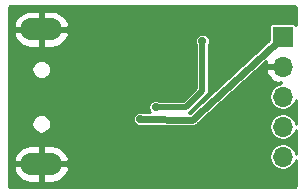
<source format=gbl>
%TF.GenerationSoftware,KiCad,Pcbnew,(5.1.6)-1*%
%TF.CreationDate,2020-07-02T16:49:34+08:00*%
%TF.ProjectId,usb-ttl,7573622d-7474-46c2-9e6b-696361645f70,rev?*%
%TF.SameCoordinates,Original*%
%TF.FileFunction,Copper,L2,Bot*%
%TF.FilePolarity,Positive*%
%FSLAX46Y46*%
G04 Gerber Fmt 4.6, Leading zero omitted, Abs format (unit mm)*
G04 Created by KiCad (PCBNEW (5.1.6)-1) date 2020-07-02 16:49:34*
%MOMM*%
%LPD*%
G01*
G04 APERTURE LIST*
%TA.AperFunction,ComponentPad*%
%ADD10O,3.500000X1.900000*%
%TD*%
%TA.AperFunction,ComponentPad*%
%ADD11O,1.700000X1.700000*%
%TD*%
%TA.AperFunction,ComponentPad*%
%ADD12R,1.700000X1.700000*%
%TD*%
%TA.AperFunction,ViaPad*%
%ADD13C,0.700000*%
%TD*%
%TA.AperFunction,Conductor*%
%ADD14C,0.500000*%
%TD*%
%TA.AperFunction,Conductor*%
%ADD15C,0.600000*%
%TD*%
%TA.AperFunction,Conductor*%
%ADD16C,0.254000*%
%TD*%
G04 APERTURE END LIST*
D10*
%TO.P,J1,5*%
%TO.N,GND*%
X103100000Y-97700000D03*
X103100000Y-86300000D03*
%TD*%
D11*
%TO.P,J2,5*%
%TO.N,+5V*%
X123550000Y-97080000D03*
%TO.P,J2,4*%
%TO.N,/TXD*%
X123550000Y-94540000D03*
%TO.P,J2,3*%
%TO.N,/RXD*%
X123550000Y-92000000D03*
%TO.P,J2,2*%
%TO.N,GND*%
X123550000Y-89460000D03*
D12*
%TO.P,J2,1*%
%TO.N,/RTS*%
X123550000Y-86920000D03*
%TD*%
D13*
%TO.N,+5V*%
X112800000Y-92900000D03*
X116750000Y-87300000D03*
%TO.N,/RTS*%
X111500000Y-93900000D03*
%TD*%
D14*
%TO.N,+5V*%
X116750000Y-91500000D02*
X116750000Y-87300000D01*
X112800000Y-92900000D02*
X115350000Y-92900000D01*
X115350000Y-92900000D02*
X116750000Y-91500000D01*
D15*
%TO.N,/RTS*%
X115900000Y-93950000D02*
X123550000Y-86920000D01*
X111500000Y-93900000D02*
X115900000Y-93950000D01*
%TD*%
D16*
%TO.N,GND*%
G36*
X124616870Y-84383130D02*
G01*
X124648001Y-84421063D01*
X124648001Y-85946362D01*
X124631431Y-85915363D01*
X124596816Y-85873184D01*
X124554637Y-85838569D01*
X124506516Y-85812847D01*
X124454301Y-85797008D01*
X124400000Y-85791660D01*
X122700000Y-85791660D01*
X122645699Y-85797008D01*
X122593484Y-85812847D01*
X122545363Y-85838569D01*
X122503184Y-85873184D01*
X122468569Y-85915363D01*
X122442847Y-85963484D01*
X122427008Y-86015699D01*
X122421660Y-86070000D01*
X122421660Y-87173261D01*
X115677930Y-93370440D01*
X115589697Y-93369437D01*
X115644202Y-93340304D01*
X115724448Y-93274448D01*
X115740955Y-93254334D01*
X117104339Y-91890951D01*
X117124448Y-91874448D01*
X117190304Y-91794202D01*
X117239239Y-91702650D01*
X117269374Y-91603310D01*
X117277000Y-91525881D01*
X117277000Y-91525880D01*
X117279549Y-91500000D01*
X117277000Y-91474119D01*
X117277000Y-87639859D01*
X117305640Y-87596996D01*
X117352905Y-87482889D01*
X117377000Y-87361754D01*
X117377000Y-87238246D01*
X117352905Y-87117111D01*
X117305640Y-87003004D01*
X117237023Y-86900311D01*
X117149689Y-86812977D01*
X117046996Y-86744360D01*
X116932889Y-86697095D01*
X116811754Y-86673000D01*
X116688246Y-86673000D01*
X116567111Y-86697095D01*
X116453004Y-86744360D01*
X116350311Y-86812977D01*
X116262977Y-86900311D01*
X116194360Y-87003004D01*
X116147095Y-87117111D01*
X116123000Y-87238246D01*
X116123000Y-87361754D01*
X116147095Y-87482889D01*
X116194360Y-87596996D01*
X116223001Y-87639860D01*
X116223000Y-91281710D01*
X115131711Y-92373000D01*
X113139859Y-92373000D01*
X113096996Y-92344360D01*
X112982889Y-92297095D01*
X112861754Y-92273000D01*
X112738246Y-92273000D01*
X112617111Y-92297095D01*
X112503004Y-92344360D01*
X112400311Y-92412977D01*
X112312977Y-92500311D01*
X112244360Y-92603004D01*
X112197095Y-92717111D01*
X112173000Y-92838246D01*
X112173000Y-92961754D01*
X112197095Y-93082889D01*
X112244360Y-93196996D01*
X112312977Y-93299689D01*
X112345864Y-93332576D01*
X111752261Y-93325830D01*
X111682889Y-93297095D01*
X111561754Y-93273000D01*
X111438246Y-93273000D01*
X111317111Y-93297095D01*
X111203004Y-93344360D01*
X111100311Y-93412977D01*
X111012977Y-93500311D01*
X110944360Y-93603004D01*
X110897095Y-93717111D01*
X110873000Y-93838246D01*
X110873000Y-93961754D01*
X110897095Y-94082889D01*
X110944360Y-94196996D01*
X111012977Y-94299689D01*
X111100311Y-94387023D01*
X111203004Y-94455640D01*
X111317111Y-94502905D01*
X111438246Y-94527000D01*
X111561754Y-94527000D01*
X111682889Y-94502905D01*
X111738790Y-94479750D01*
X115856177Y-94526539D01*
X115875535Y-94529274D01*
X115912866Y-94527183D01*
X115921777Y-94527284D01*
X115941137Y-94525599D01*
X115989015Y-94522917D01*
X115997709Y-94520676D01*
X116006643Y-94519898D01*
X116052641Y-94506514D01*
X116099076Y-94494542D01*
X116107164Y-94490648D01*
X116115774Y-94488143D01*
X116158304Y-94466029D01*
X116201484Y-94445241D01*
X116208648Y-94439851D01*
X116216616Y-94435708D01*
X116254034Y-94405704D01*
X116269556Y-94394026D01*
X116276116Y-94387998D01*
X116305288Y-94364606D01*
X116317862Y-94349635D01*
X122139992Y-88999365D01*
X122108524Y-89103110D01*
X122229845Y-89333000D01*
X123423000Y-89333000D01*
X123423000Y-89313000D01*
X123677000Y-89313000D01*
X123677000Y-89333000D01*
X123697000Y-89333000D01*
X123697000Y-89587000D01*
X123677000Y-89587000D01*
X123677000Y-89607000D01*
X123423000Y-89607000D01*
X123423000Y-89587000D01*
X122229845Y-89587000D01*
X122108524Y-89816890D01*
X122153175Y-89964099D01*
X122278359Y-90226920D01*
X122452412Y-90460269D01*
X122668645Y-90655178D01*
X122918748Y-90804157D01*
X123193109Y-90901481D01*
X123422998Y-90780815D01*
X123422998Y-90876183D01*
X123221266Y-90916310D01*
X123016165Y-91001266D01*
X122831579Y-91124602D01*
X122674602Y-91281579D01*
X122551266Y-91466165D01*
X122466310Y-91671266D01*
X122423000Y-91889000D01*
X122423000Y-92111000D01*
X122466310Y-92328734D01*
X122551266Y-92533835D01*
X122674602Y-92718421D01*
X122831579Y-92875398D01*
X123016165Y-92998734D01*
X123221266Y-93083690D01*
X123439000Y-93127000D01*
X123661000Y-93127000D01*
X123878734Y-93083690D01*
X124083835Y-92998734D01*
X124268421Y-92875398D01*
X124425398Y-92718421D01*
X124548734Y-92533835D01*
X124633690Y-92328734D01*
X124648000Y-92256790D01*
X124648000Y-94283209D01*
X124633690Y-94211266D01*
X124548734Y-94006165D01*
X124425398Y-93821579D01*
X124268421Y-93664602D01*
X124083835Y-93541266D01*
X123878734Y-93456310D01*
X123661000Y-93413000D01*
X123439000Y-93413000D01*
X123221266Y-93456310D01*
X123016165Y-93541266D01*
X122831579Y-93664602D01*
X122674602Y-93821579D01*
X122551266Y-94006165D01*
X122466310Y-94211266D01*
X122423000Y-94429000D01*
X122423000Y-94651000D01*
X122466310Y-94868734D01*
X122551266Y-95073835D01*
X122674602Y-95258421D01*
X122831579Y-95415398D01*
X123016165Y-95538734D01*
X123221266Y-95623690D01*
X123439000Y-95667000D01*
X123661000Y-95667000D01*
X123878734Y-95623690D01*
X124083835Y-95538734D01*
X124268421Y-95415398D01*
X124425398Y-95258421D01*
X124548734Y-95073835D01*
X124633690Y-94868734D01*
X124648000Y-94796791D01*
X124648000Y-96823208D01*
X124633690Y-96751266D01*
X124548734Y-96546165D01*
X124425398Y-96361579D01*
X124268421Y-96204602D01*
X124083835Y-96081266D01*
X123878734Y-95996310D01*
X123661000Y-95953000D01*
X123439000Y-95953000D01*
X123221266Y-95996310D01*
X123016165Y-96081266D01*
X122831579Y-96204602D01*
X122674602Y-96361579D01*
X122551266Y-96546165D01*
X122466310Y-96751266D01*
X122423000Y-96969000D01*
X122423000Y-97191000D01*
X122466310Y-97408734D01*
X122551266Y-97613835D01*
X122674602Y-97798421D01*
X122831579Y-97955398D01*
X123016165Y-98078734D01*
X123221266Y-98163690D01*
X123439000Y-98207000D01*
X123661000Y-98207000D01*
X123878734Y-98163690D01*
X124083835Y-98078734D01*
X124268421Y-97955398D01*
X124425398Y-97798421D01*
X124548734Y-97613835D01*
X124633690Y-97408734D01*
X124648000Y-97336792D01*
X124648000Y-99578938D01*
X124616870Y-99616870D01*
X124578938Y-99648000D01*
X100421062Y-99648000D01*
X100383130Y-99616870D01*
X100352000Y-99578938D01*
X100352000Y-98072588D01*
X100759414Y-98072588D01*
X100787051Y-98189221D01*
X100911564Y-98474983D01*
X101089434Y-98730962D01*
X101313825Y-98947322D01*
X101576114Y-99115748D01*
X101866222Y-99229768D01*
X102173000Y-99285000D01*
X102973000Y-99285000D01*
X102973000Y-97827000D01*
X103227000Y-97827000D01*
X103227000Y-99285000D01*
X104027000Y-99285000D01*
X104333778Y-99229768D01*
X104623886Y-99115748D01*
X104886175Y-98947322D01*
X105110566Y-98730962D01*
X105288436Y-98474983D01*
X105412949Y-98189221D01*
X105440586Y-98072588D01*
X105320584Y-97827000D01*
X103227000Y-97827000D01*
X102973000Y-97827000D01*
X100879416Y-97827000D01*
X100759414Y-98072588D01*
X100352000Y-98072588D01*
X100352000Y-97327412D01*
X100759414Y-97327412D01*
X100879416Y-97573000D01*
X102973000Y-97573000D01*
X102973000Y-96115000D01*
X103227000Y-96115000D01*
X103227000Y-97573000D01*
X105320584Y-97573000D01*
X105440586Y-97327412D01*
X105412949Y-97210779D01*
X105288436Y-96925017D01*
X105110566Y-96669038D01*
X104886175Y-96452678D01*
X104623886Y-96284252D01*
X104333778Y-96170232D01*
X104027000Y-96115000D01*
X103227000Y-96115000D01*
X102973000Y-96115000D01*
X102173000Y-96115000D01*
X101866222Y-96170232D01*
X101576114Y-96284252D01*
X101313825Y-96452678D01*
X101089434Y-96669038D01*
X100911564Y-96925017D01*
X100787051Y-97210779D01*
X100759414Y-97327412D01*
X100352000Y-97327412D01*
X100352000Y-94218548D01*
X102273000Y-94218548D01*
X102273000Y-94381452D01*
X102304782Y-94541227D01*
X102367123Y-94691731D01*
X102457628Y-94827181D01*
X102572819Y-94942372D01*
X102708269Y-95032877D01*
X102858773Y-95095218D01*
X103018548Y-95127000D01*
X103181452Y-95127000D01*
X103341227Y-95095218D01*
X103491731Y-95032877D01*
X103627181Y-94942372D01*
X103742372Y-94827181D01*
X103832877Y-94691731D01*
X103895218Y-94541227D01*
X103927000Y-94381452D01*
X103927000Y-94218548D01*
X103895218Y-94058773D01*
X103832877Y-93908269D01*
X103742372Y-93772819D01*
X103627181Y-93657628D01*
X103491731Y-93567123D01*
X103341227Y-93504782D01*
X103181452Y-93473000D01*
X103018548Y-93473000D01*
X102858773Y-93504782D01*
X102708269Y-93567123D01*
X102572819Y-93657628D01*
X102457628Y-93772819D01*
X102367123Y-93908269D01*
X102304782Y-94058773D01*
X102273000Y-94218548D01*
X100352000Y-94218548D01*
X100352000Y-89618548D01*
X102273000Y-89618548D01*
X102273000Y-89781452D01*
X102304782Y-89941227D01*
X102367123Y-90091731D01*
X102457628Y-90227181D01*
X102572819Y-90342372D01*
X102708269Y-90432877D01*
X102858773Y-90495218D01*
X103018548Y-90527000D01*
X103181452Y-90527000D01*
X103341227Y-90495218D01*
X103491731Y-90432877D01*
X103627181Y-90342372D01*
X103742372Y-90227181D01*
X103832877Y-90091731D01*
X103895218Y-89941227D01*
X103927000Y-89781452D01*
X103927000Y-89618548D01*
X103895218Y-89458773D01*
X103832877Y-89308269D01*
X103742372Y-89172819D01*
X103627181Y-89057628D01*
X103491731Y-88967123D01*
X103341227Y-88904782D01*
X103181452Y-88873000D01*
X103018548Y-88873000D01*
X102858773Y-88904782D01*
X102708269Y-88967123D01*
X102572819Y-89057628D01*
X102457628Y-89172819D01*
X102367123Y-89308269D01*
X102304782Y-89458773D01*
X102273000Y-89618548D01*
X100352000Y-89618548D01*
X100352000Y-86672588D01*
X100759414Y-86672588D01*
X100787051Y-86789221D01*
X100911564Y-87074983D01*
X101089434Y-87330962D01*
X101313825Y-87547322D01*
X101576114Y-87715748D01*
X101866222Y-87829768D01*
X102173000Y-87885000D01*
X102973000Y-87885000D01*
X102973000Y-86427000D01*
X103227000Y-86427000D01*
X103227000Y-87885000D01*
X104027000Y-87885000D01*
X104333778Y-87829768D01*
X104623886Y-87715748D01*
X104886175Y-87547322D01*
X105110566Y-87330962D01*
X105288436Y-87074983D01*
X105412949Y-86789221D01*
X105440586Y-86672588D01*
X105320584Y-86427000D01*
X103227000Y-86427000D01*
X102973000Y-86427000D01*
X100879416Y-86427000D01*
X100759414Y-86672588D01*
X100352000Y-86672588D01*
X100352000Y-85927412D01*
X100759414Y-85927412D01*
X100879416Y-86173000D01*
X102973000Y-86173000D01*
X102973000Y-84715000D01*
X103227000Y-84715000D01*
X103227000Y-86173000D01*
X105320584Y-86173000D01*
X105440586Y-85927412D01*
X105412949Y-85810779D01*
X105288436Y-85525017D01*
X105110566Y-85269038D01*
X104886175Y-85052678D01*
X104623886Y-84884252D01*
X104333778Y-84770232D01*
X104027000Y-84715000D01*
X103227000Y-84715000D01*
X102973000Y-84715000D01*
X102173000Y-84715000D01*
X101866222Y-84770232D01*
X101576114Y-84884252D01*
X101313825Y-85052678D01*
X101089434Y-85269038D01*
X100911564Y-85525017D01*
X100787051Y-85810779D01*
X100759414Y-85927412D01*
X100352000Y-85927412D01*
X100352000Y-84421062D01*
X100383130Y-84383130D01*
X100421062Y-84352000D01*
X124578938Y-84352000D01*
X124616870Y-84383130D01*
G37*
X124616870Y-84383130D02*
X124648001Y-84421063D01*
X124648001Y-85946362D01*
X124631431Y-85915363D01*
X124596816Y-85873184D01*
X124554637Y-85838569D01*
X124506516Y-85812847D01*
X124454301Y-85797008D01*
X124400000Y-85791660D01*
X122700000Y-85791660D01*
X122645699Y-85797008D01*
X122593484Y-85812847D01*
X122545363Y-85838569D01*
X122503184Y-85873184D01*
X122468569Y-85915363D01*
X122442847Y-85963484D01*
X122427008Y-86015699D01*
X122421660Y-86070000D01*
X122421660Y-87173261D01*
X115677930Y-93370440D01*
X115589697Y-93369437D01*
X115644202Y-93340304D01*
X115724448Y-93274448D01*
X115740955Y-93254334D01*
X117104339Y-91890951D01*
X117124448Y-91874448D01*
X117190304Y-91794202D01*
X117239239Y-91702650D01*
X117269374Y-91603310D01*
X117277000Y-91525881D01*
X117277000Y-91525880D01*
X117279549Y-91500000D01*
X117277000Y-91474119D01*
X117277000Y-87639859D01*
X117305640Y-87596996D01*
X117352905Y-87482889D01*
X117377000Y-87361754D01*
X117377000Y-87238246D01*
X117352905Y-87117111D01*
X117305640Y-87003004D01*
X117237023Y-86900311D01*
X117149689Y-86812977D01*
X117046996Y-86744360D01*
X116932889Y-86697095D01*
X116811754Y-86673000D01*
X116688246Y-86673000D01*
X116567111Y-86697095D01*
X116453004Y-86744360D01*
X116350311Y-86812977D01*
X116262977Y-86900311D01*
X116194360Y-87003004D01*
X116147095Y-87117111D01*
X116123000Y-87238246D01*
X116123000Y-87361754D01*
X116147095Y-87482889D01*
X116194360Y-87596996D01*
X116223001Y-87639860D01*
X116223000Y-91281710D01*
X115131711Y-92373000D01*
X113139859Y-92373000D01*
X113096996Y-92344360D01*
X112982889Y-92297095D01*
X112861754Y-92273000D01*
X112738246Y-92273000D01*
X112617111Y-92297095D01*
X112503004Y-92344360D01*
X112400311Y-92412977D01*
X112312977Y-92500311D01*
X112244360Y-92603004D01*
X112197095Y-92717111D01*
X112173000Y-92838246D01*
X112173000Y-92961754D01*
X112197095Y-93082889D01*
X112244360Y-93196996D01*
X112312977Y-93299689D01*
X112345864Y-93332576D01*
X111752261Y-93325830D01*
X111682889Y-93297095D01*
X111561754Y-93273000D01*
X111438246Y-93273000D01*
X111317111Y-93297095D01*
X111203004Y-93344360D01*
X111100311Y-93412977D01*
X111012977Y-93500311D01*
X110944360Y-93603004D01*
X110897095Y-93717111D01*
X110873000Y-93838246D01*
X110873000Y-93961754D01*
X110897095Y-94082889D01*
X110944360Y-94196996D01*
X111012977Y-94299689D01*
X111100311Y-94387023D01*
X111203004Y-94455640D01*
X111317111Y-94502905D01*
X111438246Y-94527000D01*
X111561754Y-94527000D01*
X111682889Y-94502905D01*
X111738790Y-94479750D01*
X115856177Y-94526539D01*
X115875535Y-94529274D01*
X115912866Y-94527183D01*
X115921777Y-94527284D01*
X115941137Y-94525599D01*
X115989015Y-94522917D01*
X115997709Y-94520676D01*
X116006643Y-94519898D01*
X116052641Y-94506514D01*
X116099076Y-94494542D01*
X116107164Y-94490648D01*
X116115774Y-94488143D01*
X116158304Y-94466029D01*
X116201484Y-94445241D01*
X116208648Y-94439851D01*
X116216616Y-94435708D01*
X116254034Y-94405704D01*
X116269556Y-94394026D01*
X116276116Y-94387998D01*
X116305288Y-94364606D01*
X116317862Y-94349635D01*
X122139992Y-88999365D01*
X122108524Y-89103110D01*
X122229845Y-89333000D01*
X123423000Y-89333000D01*
X123423000Y-89313000D01*
X123677000Y-89313000D01*
X123677000Y-89333000D01*
X123697000Y-89333000D01*
X123697000Y-89587000D01*
X123677000Y-89587000D01*
X123677000Y-89607000D01*
X123423000Y-89607000D01*
X123423000Y-89587000D01*
X122229845Y-89587000D01*
X122108524Y-89816890D01*
X122153175Y-89964099D01*
X122278359Y-90226920D01*
X122452412Y-90460269D01*
X122668645Y-90655178D01*
X122918748Y-90804157D01*
X123193109Y-90901481D01*
X123422998Y-90780815D01*
X123422998Y-90876183D01*
X123221266Y-90916310D01*
X123016165Y-91001266D01*
X122831579Y-91124602D01*
X122674602Y-91281579D01*
X122551266Y-91466165D01*
X122466310Y-91671266D01*
X122423000Y-91889000D01*
X122423000Y-92111000D01*
X122466310Y-92328734D01*
X122551266Y-92533835D01*
X122674602Y-92718421D01*
X122831579Y-92875398D01*
X123016165Y-92998734D01*
X123221266Y-93083690D01*
X123439000Y-93127000D01*
X123661000Y-93127000D01*
X123878734Y-93083690D01*
X124083835Y-92998734D01*
X124268421Y-92875398D01*
X124425398Y-92718421D01*
X124548734Y-92533835D01*
X124633690Y-92328734D01*
X124648000Y-92256790D01*
X124648000Y-94283209D01*
X124633690Y-94211266D01*
X124548734Y-94006165D01*
X124425398Y-93821579D01*
X124268421Y-93664602D01*
X124083835Y-93541266D01*
X123878734Y-93456310D01*
X123661000Y-93413000D01*
X123439000Y-93413000D01*
X123221266Y-93456310D01*
X123016165Y-93541266D01*
X122831579Y-93664602D01*
X122674602Y-93821579D01*
X122551266Y-94006165D01*
X122466310Y-94211266D01*
X122423000Y-94429000D01*
X122423000Y-94651000D01*
X122466310Y-94868734D01*
X122551266Y-95073835D01*
X122674602Y-95258421D01*
X122831579Y-95415398D01*
X123016165Y-95538734D01*
X123221266Y-95623690D01*
X123439000Y-95667000D01*
X123661000Y-95667000D01*
X123878734Y-95623690D01*
X124083835Y-95538734D01*
X124268421Y-95415398D01*
X124425398Y-95258421D01*
X124548734Y-95073835D01*
X124633690Y-94868734D01*
X124648000Y-94796791D01*
X124648000Y-96823208D01*
X124633690Y-96751266D01*
X124548734Y-96546165D01*
X124425398Y-96361579D01*
X124268421Y-96204602D01*
X124083835Y-96081266D01*
X123878734Y-95996310D01*
X123661000Y-95953000D01*
X123439000Y-95953000D01*
X123221266Y-95996310D01*
X123016165Y-96081266D01*
X122831579Y-96204602D01*
X122674602Y-96361579D01*
X122551266Y-96546165D01*
X122466310Y-96751266D01*
X122423000Y-96969000D01*
X122423000Y-97191000D01*
X122466310Y-97408734D01*
X122551266Y-97613835D01*
X122674602Y-97798421D01*
X122831579Y-97955398D01*
X123016165Y-98078734D01*
X123221266Y-98163690D01*
X123439000Y-98207000D01*
X123661000Y-98207000D01*
X123878734Y-98163690D01*
X124083835Y-98078734D01*
X124268421Y-97955398D01*
X124425398Y-97798421D01*
X124548734Y-97613835D01*
X124633690Y-97408734D01*
X124648000Y-97336792D01*
X124648000Y-99578938D01*
X124616870Y-99616870D01*
X124578938Y-99648000D01*
X100421062Y-99648000D01*
X100383130Y-99616870D01*
X100352000Y-99578938D01*
X100352000Y-98072588D01*
X100759414Y-98072588D01*
X100787051Y-98189221D01*
X100911564Y-98474983D01*
X101089434Y-98730962D01*
X101313825Y-98947322D01*
X101576114Y-99115748D01*
X101866222Y-99229768D01*
X102173000Y-99285000D01*
X102973000Y-99285000D01*
X102973000Y-97827000D01*
X103227000Y-97827000D01*
X103227000Y-99285000D01*
X104027000Y-99285000D01*
X104333778Y-99229768D01*
X104623886Y-99115748D01*
X104886175Y-98947322D01*
X105110566Y-98730962D01*
X105288436Y-98474983D01*
X105412949Y-98189221D01*
X105440586Y-98072588D01*
X105320584Y-97827000D01*
X103227000Y-97827000D01*
X102973000Y-97827000D01*
X100879416Y-97827000D01*
X100759414Y-98072588D01*
X100352000Y-98072588D01*
X100352000Y-97327412D01*
X100759414Y-97327412D01*
X100879416Y-97573000D01*
X102973000Y-97573000D01*
X102973000Y-96115000D01*
X103227000Y-96115000D01*
X103227000Y-97573000D01*
X105320584Y-97573000D01*
X105440586Y-97327412D01*
X105412949Y-97210779D01*
X105288436Y-96925017D01*
X105110566Y-96669038D01*
X104886175Y-96452678D01*
X104623886Y-96284252D01*
X104333778Y-96170232D01*
X104027000Y-96115000D01*
X103227000Y-96115000D01*
X102973000Y-96115000D01*
X102173000Y-96115000D01*
X101866222Y-96170232D01*
X101576114Y-96284252D01*
X101313825Y-96452678D01*
X101089434Y-96669038D01*
X100911564Y-96925017D01*
X100787051Y-97210779D01*
X100759414Y-97327412D01*
X100352000Y-97327412D01*
X100352000Y-94218548D01*
X102273000Y-94218548D01*
X102273000Y-94381452D01*
X102304782Y-94541227D01*
X102367123Y-94691731D01*
X102457628Y-94827181D01*
X102572819Y-94942372D01*
X102708269Y-95032877D01*
X102858773Y-95095218D01*
X103018548Y-95127000D01*
X103181452Y-95127000D01*
X103341227Y-95095218D01*
X103491731Y-95032877D01*
X103627181Y-94942372D01*
X103742372Y-94827181D01*
X103832877Y-94691731D01*
X103895218Y-94541227D01*
X103927000Y-94381452D01*
X103927000Y-94218548D01*
X103895218Y-94058773D01*
X103832877Y-93908269D01*
X103742372Y-93772819D01*
X103627181Y-93657628D01*
X103491731Y-93567123D01*
X103341227Y-93504782D01*
X103181452Y-93473000D01*
X103018548Y-93473000D01*
X102858773Y-93504782D01*
X102708269Y-93567123D01*
X102572819Y-93657628D01*
X102457628Y-93772819D01*
X102367123Y-93908269D01*
X102304782Y-94058773D01*
X102273000Y-94218548D01*
X100352000Y-94218548D01*
X100352000Y-89618548D01*
X102273000Y-89618548D01*
X102273000Y-89781452D01*
X102304782Y-89941227D01*
X102367123Y-90091731D01*
X102457628Y-90227181D01*
X102572819Y-90342372D01*
X102708269Y-90432877D01*
X102858773Y-90495218D01*
X103018548Y-90527000D01*
X103181452Y-90527000D01*
X103341227Y-90495218D01*
X103491731Y-90432877D01*
X103627181Y-90342372D01*
X103742372Y-90227181D01*
X103832877Y-90091731D01*
X103895218Y-89941227D01*
X103927000Y-89781452D01*
X103927000Y-89618548D01*
X103895218Y-89458773D01*
X103832877Y-89308269D01*
X103742372Y-89172819D01*
X103627181Y-89057628D01*
X103491731Y-88967123D01*
X103341227Y-88904782D01*
X103181452Y-88873000D01*
X103018548Y-88873000D01*
X102858773Y-88904782D01*
X102708269Y-88967123D01*
X102572819Y-89057628D01*
X102457628Y-89172819D01*
X102367123Y-89308269D01*
X102304782Y-89458773D01*
X102273000Y-89618548D01*
X100352000Y-89618548D01*
X100352000Y-86672588D01*
X100759414Y-86672588D01*
X100787051Y-86789221D01*
X100911564Y-87074983D01*
X101089434Y-87330962D01*
X101313825Y-87547322D01*
X101576114Y-87715748D01*
X101866222Y-87829768D01*
X102173000Y-87885000D01*
X102973000Y-87885000D01*
X102973000Y-86427000D01*
X103227000Y-86427000D01*
X103227000Y-87885000D01*
X104027000Y-87885000D01*
X104333778Y-87829768D01*
X104623886Y-87715748D01*
X104886175Y-87547322D01*
X105110566Y-87330962D01*
X105288436Y-87074983D01*
X105412949Y-86789221D01*
X105440586Y-86672588D01*
X105320584Y-86427000D01*
X103227000Y-86427000D01*
X102973000Y-86427000D01*
X100879416Y-86427000D01*
X100759414Y-86672588D01*
X100352000Y-86672588D01*
X100352000Y-85927412D01*
X100759414Y-85927412D01*
X100879416Y-86173000D01*
X102973000Y-86173000D01*
X102973000Y-84715000D01*
X103227000Y-84715000D01*
X103227000Y-86173000D01*
X105320584Y-86173000D01*
X105440586Y-85927412D01*
X105412949Y-85810779D01*
X105288436Y-85525017D01*
X105110566Y-85269038D01*
X104886175Y-85052678D01*
X104623886Y-84884252D01*
X104333778Y-84770232D01*
X104027000Y-84715000D01*
X103227000Y-84715000D01*
X102973000Y-84715000D01*
X102173000Y-84715000D01*
X101866222Y-84770232D01*
X101576114Y-84884252D01*
X101313825Y-85052678D01*
X101089434Y-85269038D01*
X100911564Y-85525017D01*
X100787051Y-85810779D01*
X100759414Y-85927412D01*
X100352000Y-85927412D01*
X100352000Y-84421062D01*
X100383130Y-84383130D01*
X100421062Y-84352000D01*
X124578938Y-84352000D01*
X124616870Y-84383130D01*
%TD*%
M02*

</source>
